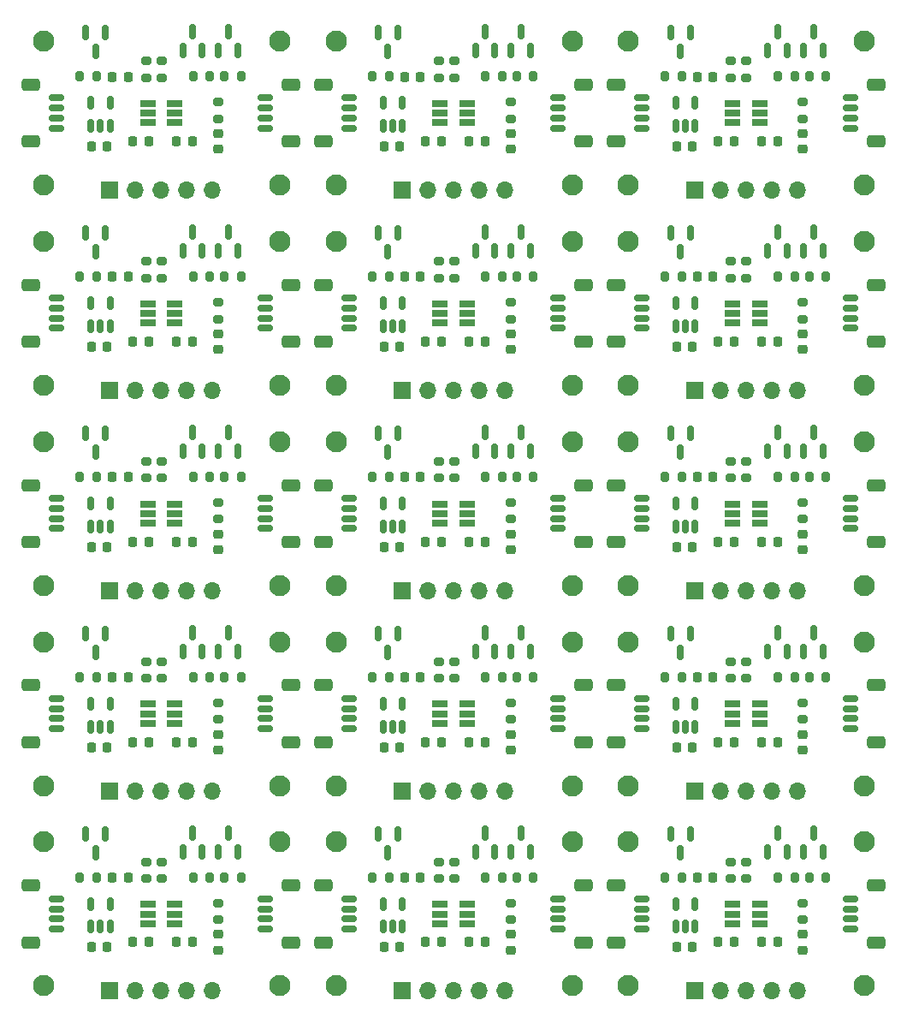
<source format=gbr>
%TF.GenerationSoftware,KiCad,Pcbnew,7.0.1*%
%TF.CreationDate,2025-06-24T16:32:56+07:00*%
%TF.ProjectId,panelize,70616e65-6c69-47a6-952e-6b696361645f,rev?*%
%TF.SameCoordinates,Original*%
%TF.FileFunction,Soldermask,Top*%
%TF.FilePolarity,Negative*%
%FSLAX46Y46*%
G04 Gerber Fmt 4.6, Leading zero omitted, Abs format (unit mm)*
G04 Created by KiCad (PCBNEW 7.0.1) date 2025-06-24 16:32:56*
%MOMM*%
%LPD*%
G01*
G04 APERTURE LIST*
G04 Aperture macros list*
%AMRoundRect*
0 Rectangle with rounded corners*
0 $1 Rounding radius*
0 $2 $3 $4 $5 $6 $7 $8 $9 X,Y pos of 4 corners*
0 Add a 4 corners polygon primitive as box body*
4,1,4,$2,$3,$4,$5,$6,$7,$8,$9,$2,$3,0*
0 Add four circle primitives for the rounded corners*
1,1,$1+$1,$2,$3*
1,1,$1+$1,$4,$5*
1,1,$1+$1,$6,$7*
1,1,$1+$1,$8,$9*
0 Add four rect primitives between the rounded corners*
20,1,$1+$1,$2,$3,$4,$5,0*
20,1,$1+$1,$4,$5,$6,$7,0*
20,1,$1+$1,$6,$7,$8,$9,0*
20,1,$1+$1,$8,$9,$2,$3,0*%
G04 Aperture macros list end*
%ADD10RoundRect,0.150000X0.625000X-0.150000X0.625000X0.150000X-0.625000X0.150000X-0.625000X-0.150000X0*%
%ADD11RoundRect,0.250000X0.650000X-0.350000X0.650000X0.350000X-0.650000X0.350000X-0.650000X-0.350000X0*%
%ADD12RoundRect,0.150000X0.150000X-0.512500X0.150000X0.512500X-0.150000X0.512500X-0.150000X-0.512500X0*%
%ADD13RoundRect,0.200000X0.200000X0.275000X-0.200000X0.275000X-0.200000X-0.275000X0.200000X-0.275000X0*%
%ADD14C,2.100000*%
%ADD15RoundRect,0.200000X-0.200000X-0.275000X0.200000X-0.275000X0.200000X0.275000X-0.200000X0.275000X0*%
%ADD16RoundRect,0.150000X0.150000X-0.587500X0.150000X0.587500X-0.150000X0.587500X-0.150000X-0.587500X0*%
%ADD17RoundRect,0.225000X-0.225000X-0.250000X0.225000X-0.250000X0.225000X0.250000X-0.225000X0.250000X0*%
%ADD18R,1.700000X1.700000*%
%ADD19O,1.700000X1.700000*%
%ADD20RoundRect,0.150000X-0.625000X0.150000X-0.625000X-0.150000X0.625000X-0.150000X0.625000X0.150000X0*%
%ADD21RoundRect,0.250000X-0.650000X0.350000X-0.650000X-0.350000X0.650000X-0.350000X0.650000X0.350000X0*%
%ADD22RoundRect,0.200000X-0.275000X0.200000X-0.275000X-0.200000X0.275000X-0.200000X0.275000X0.200000X0*%
%ADD23R,1.560000X0.650000*%
%ADD24RoundRect,0.225000X0.225000X0.250000X-0.225000X0.250000X-0.225000X-0.250000X0.225000X-0.250000X0*%
%ADD25RoundRect,0.218750X0.256250X-0.218750X0.256250X0.218750X-0.256250X0.218750X-0.256250X-0.218750X0*%
%ADD26RoundRect,0.150000X-0.150000X0.587500X-0.150000X-0.587500X0.150000X-0.587500X0.150000X0.587500X0*%
G04 APERTURE END LIST*
D10*
%TO.C,J55*%
X175756500Y-153228000D03*
X175756500Y-152228000D03*
X175756500Y-151228000D03*
X175756500Y-150228000D03*
D11*
X173231500Y-154528000D03*
X173231500Y-148928000D03*
%TD*%
D12*
%TO.C,U38*%
X179174000Y-152993500D03*
X180124000Y-152993500D03*
X181074000Y-152993500D03*
X181074000Y-150718500D03*
X179174000Y-150718500D03*
%TD*%
D13*
%TO.C,R114*%
X179749000Y-148096000D03*
X178099000Y-148096000D03*
%TD*%
D14*
%TO.C,H75*%
X197846000Y-158840000D03*
%TD*%
D15*
%TO.C,R111*%
X192379000Y-148126000D03*
X194029000Y-148126000D03*
%TD*%
D16*
%TO.C,Q55*%
X188284000Y-145576000D03*
X190184000Y-145576000D03*
X189234000Y-143701000D03*
%TD*%
D17*
%TO.C,C73*%
X179244500Y-155030000D03*
X180794500Y-155030000D03*
%TD*%
D18*
%TO.C,J57*%
X181040500Y-159348000D03*
D19*
X183580500Y-159348000D03*
X186120500Y-159348000D03*
X188660500Y-159348000D03*
X191200500Y-159348000D03*
%TD*%
D14*
%TO.C,H76*%
X197846000Y-144616000D03*
%TD*%
D16*
%TO.C,Q56*%
X191824000Y-145576000D03*
X193724000Y-145576000D03*
X192774000Y-143701000D03*
%TD*%
D20*
%TO.C,J56*%
X196474500Y-150228000D03*
X196474500Y-151228000D03*
X196474500Y-152228000D03*
X196474500Y-153228000D03*
D21*
X198999500Y-148928000D03*
X198999500Y-154528000D03*
%TD*%
D22*
%TO.C,R109*%
X191750000Y-150649000D03*
X191750000Y-152299000D03*
%TD*%
D15*
%TO.C,R110*%
X189289000Y-148126000D03*
X190939000Y-148126000D03*
%TD*%
D22*
%TO.C,R113*%
X186162000Y-146585000D03*
X186162000Y-148235000D03*
%TD*%
D23*
%TO.C,U37*%
X184804000Y-150786000D03*
X184804000Y-151736000D03*
X184804000Y-152686000D03*
X187504000Y-152686000D03*
X187504000Y-151736000D03*
X187504000Y-150786000D03*
%TD*%
D17*
%TO.C,C74*%
X181309000Y-148146000D03*
X182859000Y-148146000D03*
%TD*%
D22*
%TO.C,R112*%
X184638000Y-146585000D03*
X184638000Y-148235000D03*
%TD*%
D14*
%TO.C,H73*%
X174478000Y-144616000D03*
%TD*%
D24*
%TO.C,C76*%
X189223000Y-154522000D03*
X187673000Y-154522000D03*
%TD*%
%TO.C,C75*%
X184905000Y-154522000D03*
X183355000Y-154522000D03*
%TD*%
D25*
%TO.C,D19*%
X191750000Y-155335000D03*
X191750000Y-153760000D03*
%TD*%
D26*
%TO.C,Q57*%
X180592500Y-143808500D03*
X178692500Y-143808500D03*
X179642500Y-145683500D03*
%TD*%
D14*
%TO.C,H74*%
X174478000Y-158840000D03*
%TD*%
D10*
%TO.C,J52*%
X146808500Y-153228000D03*
X146808500Y-152228000D03*
X146808500Y-151228000D03*
X146808500Y-150228000D03*
D11*
X144283500Y-154528000D03*
X144283500Y-148928000D03*
%TD*%
D12*
%TO.C,U36*%
X150226000Y-152993500D03*
X151176000Y-152993500D03*
X152126000Y-152993500D03*
X152126000Y-150718500D03*
X150226000Y-150718500D03*
%TD*%
D13*
%TO.C,R108*%
X150801000Y-148096000D03*
X149151000Y-148096000D03*
%TD*%
D14*
%TO.C,H71*%
X168898000Y-158840000D03*
%TD*%
D16*
%TO.C,Q52*%
X159336000Y-145576000D03*
X161236000Y-145576000D03*
X160286000Y-143701000D03*
%TD*%
D17*
%TO.C,C69*%
X150296500Y-155030000D03*
X151846500Y-155030000D03*
%TD*%
D20*
%TO.C,J53*%
X167526500Y-150228000D03*
X167526500Y-151228000D03*
X167526500Y-152228000D03*
X167526500Y-153228000D03*
D21*
X170051500Y-148928000D03*
X170051500Y-154528000D03*
%TD*%
D18*
%TO.C,J54*%
X152092500Y-159348000D03*
D19*
X154632500Y-159348000D03*
X157172500Y-159348000D03*
X159712500Y-159348000D03*
X162252500Y-159348000D03*
%TD*%
D24*
%TO.C,C72*%
X160275000Y-154522000D03*
X158725000Y-154522000D03*
%TD*%
D14*
%TO.C,H69*%
X145530000Y-144616000D03*
%TD*%
%TO.C,H72*%
X168898000Y-144616000D03*
%TD*%
D16*
%TO.C,Q53*%
X162876000Y-145576000D03*
X164776000Y-145576000D03*
X163826000Y-143701000D03*
%TD*%
D22*
%TO.C,R103*%
X162802000Y-150649000D03*
X162802000Y-152299000D03*
%TD*%
D15*
%TO.C,R104*%
X160341000Y-148126000D03*
X161991000Y-148126000D03*
%TD*%
D22*
%TO.C,R107*%
X157214000Y-146585000D03*
X157214000Y-148235000D03*
%TD*%
D23*
%TO.C,U35*%
X155856000Y-150786000D03*
X155856000Y-151736000D03*
X155856000Y-152686000D03*
X158556000Y-152686000D03*
X158556000Y-151736000D03*
X158556000Y-150786000D03*
%TD*%
D17*
%TO.C,C70*%
X152361000Y-148146000D03*
X153911000Y-148146000D03*
%TD*%
D22*
%TO.C,R106*%
X155690000Y-146585000D03*
X155690000Y-148235000D03*
%TD*%
D15*
%TO.C,R105*%
X163431000Y-148126000D03*
X165081000Y-148126000D03*
%TD*%
D26*
%TO.C,Q54*%
X151644500Y-143808500D03*
X149744500Y-143808500D03*
X150694500Y-145683500D03*
%TD*%
D24*
%TO.C,C71*%
X155957000Y-154522000D03*
X154407000Y-154522000D03*
%TD*%
D25*
%TO.C,D18*%
X162802000Y-155335000D03*
X162802000Y-153760000D03*
%TD*%
D14*
%TO.C,H70*%
X145530000Y-158840000D03*
%TD*%
D10*
%TO.C,J49*%
X117860500Y-153228000D03*
X117860500Y-152228000D03*
X117860500Y-151228000D03*
X117860500Y-150228000D03*
D11*
X115335500Y-154528000D03*
X115335500Y-148928000D03*
%TD*%
D12*
%TO.C,U34*%
X121278000Y-152993500D03*
X122228000Y-152993500D03*
X123178000Y-152993500D03*
X123178000Y-150718500D03*
X121278000Y-150718500D03*
%TD*%
D13*
%TO.C,R102*%
X121853000Y-148096000D03*
X120203000Y-148096000D03*
%TD*%
D14*
%TO.C,H67*%
X139950000Y-158840000D03*
%TD*%
D16*
%TO.C,Q49*%
X130388000Y-145576000D03*
X132288000Y-145576000D03*
X131338000Y-143701000D03*
%TD*%
D17*
%TO.C,C65*%
X121348500Y-155030000D03*
X122898500Y-155030000D03*
%TD*%
D20*
%TO.C,J50*%
X138578500Y-150228000D03*
X138578500Y-151228000D03*
X138578500Y-152228000D03*
X138578500Y-153228000D03*
D21*
X141103500Y-148928000D03*
X141103500Y-154528000D03*
%TD*%
D18*
%TO.C,J51*%
X123144500Y-159348000D03*
D19*
X125684500Y-159348000D03*
X128224500Y-159348000D03*
X130764500Y-159348000D03*
X133304500Y-159348000D03*
%TD*%
D14*
%TO.C,H65*%
X116582000Y-144616000D03*
%TD*%
%TO.C,H68*%
X139950000Y-144616000D03*
%TD*%
D16*
%TO.C,Q50*%
X133928000Y-145576000D03*
X135828000Y-145576000D03*
X134878000Y-143701000D03*
%TD*%
D22*
%TO.C,R97*%
X133854000Y-150649000D03*
X133854000Y-152299000D03*
%TD*%
D15*
%TO.C,R98*%
X131393000Y-148126000D03*
X133043000Y-148126000D03*
%TD*%
D22*
%TO.C,R101*%
X128266000Y-146585000D03*
X128266000Y-148235000D03*
%TD*%
D17*
%TO.C,C66*%
X123413000Y-148146000D03*
X124963000Y-148146000D03*
%TD*%
D24*
%TO.C,C68*%
X131327000Y-154522000D03*
X129777000Y-154522000D03*
%TD*%
D22*
%TO.C,R100*%
X126742000Y-146585000D03*
X126742000Y-148235000D03*
%TD*%
D15*
%TO.C,R99*%
X134483000Y-148126000D03*
X136133000Y-148126000D03*
%TD*%
D23*
%TO.C,U33*%
X126908000Y-150786000D03*
X126908000Y-151736000D03*
X126908000Y-152686000D03*
X129608000Y-152686000D03*
X129608000Y-151736000D03*
X129608000Y-150786000D03*
%TD*%
D26*
%TO.C,Q51*%
X122696500Y-143808500D03*
X120796500Y-143808500D03*
X121746500Y-145683500D03*
%TD*%
D24*
%TO.C,C67*%
X127009000Y-154522000D03*
X125459000Y-154522000D03*
%TD*%
D25*
%TO.C,D17*%
X133854000Y-155335000D03*
X133854000Y-153760000D03*
%TD*%
D14*
%TO.C,H66*%
X116582000Y-158840000D03*
%TD*%
D10*
%TO.C,J43*%
X175756500Y-133424000D03*
X175756500Y-132424000D03*
X175756500Y-131424000D03*
X175756500Y-130424000D03*
D11*
X173231500Y-134724000D03*
X173231500Y-129124000D03*
%TD*%
D12*
%TO.C,U30*%
X179174000Y-133189500D03*
X180124000Y-133189500D03*
X181074000Y-133189500D03*
X181074000Y-130914500D03*
X179174000Y-130914500D03*
%TD*%
D13*
%TO.C,R90*%
X179749000Y-128292000D03*
X178099000Y-128292000D03*
%TD*%
D14*
%TO.C,H59*%
X197846000Y-139036000D03*
%TD*%
D15*
%TO.C,R87*%
X192379000Y-128322000D03*
X194029000Y-128322000D03*
%TD*%
D16*
%TO.C,Q43*%
X188284000Y-125772000D03*
X190184000Y-125772000D03*
X189234000Y-123897000D03*
%TD*%
D17*
%TO.C,C57*%
X179244500Y-135226000D03*
X180794500Y-135226000D03*
%TD*%
D20*
%TO.C,J44*%
X196474500Y-130424000D03*
X196474500Y-131424000D03*
X196474500Y-132424000D03*
X196474500Y-133424000D03*
D21*
X198999500Y-129124000D03*
X198999500Y-134724000D03*
%TD*%
D18*
%TO.C,J45*%
X181040500Y-139544000D03*
D19*
X183580500Y-139544000D03*
X186120500Y-139544000D03*
X188660500Y-139544000D03*
X191200500Y-139544000D03*
%TD*%
D24*
%TO.C,C60*%
X189223000Y-134718000D03*
X187673000Y-134718000D03*
%TD*%
D14*
%TO.C,H57*%
X174478000Y-124812000D03*
%TD*%
%TO.C,H60*%
X197846000Y-124812000D03*
%TD*%
D16*
%TO.C,Q44*%
X191824000Y-125772000D03*
X193724000Y-125772000D03*
X192774000Y-123897000D03*
%TD*%
D15*
%TO.C,R86*%
X189289000Y-128322000D03*
X190939000Y-128322000D03*
%TD*%
D22*
%TO.C,R89*%
X186162000Y-126781000D03*
X186162000Y-128431000D03*
%TD*%
D23*
%TO.C,U29*%
X184804000Y-130982000D03*
X184804000Y-131932000D03*
X184804000Y-132882000D03*
X187504000Y-132882000D03*
X187504000Y-131932000D03*
X187504000Y-130982000D03*
%TD*%
D17*
%TO.C,C58*%
X181309000Y-128342000D03*
X182859000Y-128342000D03*
%TD*%
D22*
%TO.C,R88*%
X184638000Y-126781000D03*
X184638000Y-128431000D03*
%TD*%
%TO.C,R85*%
X191750000Y-130845000D03*
X191750000Y-132495000D03*
%TD*%
D26*
%TO.C,Q45*%
X180592500Y-124004500D03*
X178692500Y-124004500D03*
X179642500Y-125879500D03*
%TD*%
D24*
%TO.C,C59*%
X184905000Y-134718000D03*
X183355000Y-134718000D03*
%TD*%
D25*
%TO.C,D15*%
X191750000Y-135531000D03*
X191750000Y-133956000D03*
%TD*%
D14*
%TO.C,H58*%
X174478000Y-139036000D03*
%TD*%
D12*
%TO.C,U28*%
X150226000Y-133189500D03*
X151176000Y-133189500D03*
X152126000Y-133189500D03*
X152126000Y-130914500D03*
X150226000Y-130914500D03*
%TD*%
D13*
%TO.C,R84*%
X150801000Y-128292000D03*
X149151000Y-128292000D03*
%TD*%
D14*
%TO.C,H55*%
X168898000Y-139036000D03*
%TD*%
D15*
%TO.C,R81*%
X163431000Y-128322000D03*
X165081000Y-128322000D03*
%TD*%
D17*
%TO.C,C53*%
X150296500Y-135226000D03*
X151846500Y-135226000D03*
%TD*%
D18*
%TO.C,J42*%
X152092500Y-139544000D03*
D19*
X154632500Y-139544000D03*
X157172500Y-139544000D03*
X159712500Y-139544000D03*
X162252500Y-139544000D03*
%TD*%
D14*
%TO.C,H53*%
X145530000Y-124812000D03*
%TD*%
%TO.C,H56*%
X168898000Y-124812000D03*
%TD*%
D16*
%TO.C,Q41*%
X162876000Y-125772000D03*
X164776000Y-125772000D03*
X163826000Y-123897000D03*
%TD*%
D22*
%TO.C,R79*%
X162802000Y-130845000D03*
X162802000Y-132495000D03*
%TD*%
D15*
%TO.C,R80*%
X160341000Y-128322000D03*
X161991000Y-128322000D03*
%TD*%
D22*
%TO.C,R83*%
X157214000Y-126781000D03*
X157214000Y-128431000D03*
%TD*%
D17*
%TO.C,C54*%
X152361000Y-128342000D03*
X153911000Y-128342000D03*
%TD*%
D16*
%TO.C,Q40*%
X159336000Y-125772000D03*
X161236000Y-125772000D03*
X160286000Y-123897000D03*
%TD*%
D22*
%TO.C,R82*%
X155690000Y-126781000D03*
X155690000Y-128431000D03*
%TD*%
D24*
%TO.C,C56*%
X160275000Y-134718000D03*
X158725000Y-134718000D03*
%TD*%
D23*
%TO.C,U27*%
X155856000Y-130982000D03*
X155856000Y-131932000D03*
X155856000Y-132882000D03*
X158556000Y-132882000D03*
X158556000Y-131932000D03*
X158556000Y-130982000D03*
%TD*%
D10*
%TO.C,J40*%
X146808500Y-133424000D03*
X146808500Y-132424000D03*
X146808500Y-131424000D03*
X146808500Y-130424000D03*
D11*
X144283500Y-134724000D03*
X144283500Y-129124000D03*
%TD*%
D20*
%TO.C,J41*%
X167526500Y-130424000D03*
X167526500Y-131424000D03*
X167526500Y-132424000D03*
X167526500Y-133424000D03*
D21*
X170051500Y-129124000D03*
X170051500Y-134724000D03*
%TD*%
D26*
%TO.C,Q42*%
X151644500Y-124004500D03*
X149744500Y-124004500D03*
X150694500Y-125879500D03*
%TD*%
D24*
%TO.C,C55*%
X155957000Y-134718000D03*
X154407000Y-134718000D03*
%TD*%
D25*
%TO.C,D14*%
X162802000Y-135531000D03*
X162802000Y-133956000D03*
%TD*%
D14*
%TO.C,H54*%
X145530000Y-139036000D03*
%TD*%
D10*
%TO.C,J37*%
X117860500Y-133424000D03*
X117860500Y-132424000D03*
X117860500Y-131424000D03*
X117860500Y-130424000D03*
D11*
X115335500Y-134724000D03*
X115335500Y-129124000D03*
%TD*%
D13*
%TO.C,R78*%
X121853000Y-128292000D03*
X120203000Y-128292000D03*
%TD*%
D14*
%TO.C,H51*%
X139950000Y-139036000D03*
%TD*%
D15*
%TO.C,R75*%
X134483000Y-128322000D03*
X136133000Y-128322000D03*
%TD*%
D16*
%TO.C,Q37*%
X130388000Y-125772000D03*
X132288000Y-125772000D03*
X131338000Y-123897000D03*
%TD*%
D17*
%TO.C,C49*%
X121348500Y-135226000D03*
X122898500Y-135226000D03*
%TD*%
D20*
%TO.C,J38*%
X138578500Y-130424000D03*
X138578500Y-131424000D03*
X138578500Y-132424000D03*
X138578500Y-133424000D03*
D21*
X141103500Y-129124000D03*
X141103500Y-134724000D03*
%TD*%
D18*
%TO.C,J39*%
X123144500Y-139544000D03*
D19*
X125684500Y-139544000D03*
X128224500Y-139544000D03*
X130764500Y-139544000D03*
X133304500Y-139544000D03*
%TD*%
D14*
%TO.C,H49*%
X116582000Y-124812000D03*
%TD*%
%TO.C,H52*%
X139950000Y-124812000D03*
%TD*%
D22*
%TO.C,R73*%
X133854000Y-130845000D03*
X133854000Y-132495000D03*
%TD*%
D15*
%TO.C,R74*%
X131393000Y-128322000D03*
X133043000Y-128322000D03*
%TD*%
D23*
%TO.C,U25*%
X126908000Y-130982000D03*
X126908000Y-131932000D03*
X126908000Y-132882000D03*
X129608000Y-132882000D03*
X129608000Y-131932000D03*
X129608000Y-130982000D03*
%TD*%
D17*
%TO.C,C50*%
X123413000Y-128342000D03*
X124963000Y-128342000D03*
%TD*%
D12*
%TO.C,U26*%
X121278000Y-133189500D03*
X122228000Y-133189500D03*
X123178000Y-133189500D03*
X123178000Y-130914500D03*
X121278000Y-130914500D03*
%TD*%
D16*
%TO.C,Q38*%
X133928000Y-125772000D03*
X135828000Y-125772000D03*
X134878000Y-123897000D03*
%TD*%
D22*
%TO.C,R76*%
X126742000Y-126781000D03*
X126742000Y-128431000D03*
%TD*%
%TO.C,R77*%
X128266000Y-126781000D03*
X128266000Y-128431000D03*
%TD*%
D24*
%TO.C,C52*%
X131327000Y-134718000D03*
X129777000Y-134718000D03*
%TD*%
D26*
%TO.C,Q39*%
X122696500Y-124004500D03*
X120796500Y-124004500D03*
X121746500Y-125879500D03*
%TD*%
D24*
%TO.C,C51*%
X127009000Y-134718000D03*
X125459000Y-134718000D03*
%TD*%
D25*
%TO.C,D13*%
X133854000Y-135531000D03*
X133854000Y-133956000D03*
%TD*%
D14*
%TO.C,H50*%
X116582000Y-139036000D03*
%TD*%
D10*
%TO.C,J31*%
X175756500Y-113620000D03*
X175756500Y-112620000D03*
X175756500Y-111620000D03*
X175756500Y-110620000D03*
D11*
X173231500Y-114920000D03*
X173231500Y-109320000D03*
%TD*%
D12*
%TO.C,U22*%
X179174000Y-113385500D03*
X180124000Y-113385500D03*
X181074000Y-113385500D03*
X181074000Y-111110500D03*
X179174000Y-111110500D03*
%TD*%
D13*
%TO.C,R66*%
X179749000Y-108488000D03*
X178099000Y-108488000D03*
%TD*%
D14*
%TO.C,H43*%
X197846000Y-119232000D03*
%TD*%
D15*
%TO.C,R63*%
X192379000Y-108518000D03*
X194029000Y-108518000D03*
%TD*%
D16*
%TO.C,Q31*%
X188284000Y-105968000D03*
X190184000Y-105968000D03*
X189234000Y-104093000D03*
%TD*%
D17*
%TO.C,C41*%
X179244500Y-115422000D03*
X180794500Y-115422000D03*
%TD*%
D18*
%TO.C,J33*%
X181040500Y-119740000D03*
D19*
X183580500Y-119740000D03*
X186120500Y-119740000D03*
X188660500Y-119740000D03*
X191200500Y-119740000D03*
%TD*%
D14*
%TO.C,H41*%
X174478000Y-105008000D03*
%TD*%
%TO.C,H44*%
X197846000Y-105008000D03*
%TD*%
D16*
%TO.C,Q32*%
X191824000Y-105968000D03*
X193724000Y-105968000D03*
X192774000Y-104093000D03*
%TD*%
D22*
%TO.C,R61*%
X191750000Y-111041000D03*
X191750000Y-112691000D03*
%TD*%
D15*
%TO.C,R62*%
X189289000Y-108518000D03*
X190939000Y-108518000D03*
%TD*%
D22*
%TO.C,R65*%
X186162000Y-106977000D03*
X186162000Y-108627000D03*
%TD*%
D23*
%TO.C,U21*%
X184804000Y-111178000D03*
X184804000Y-112128000D03*
X184804000Y-113078000D03*
X187504000Y-113078000D03*
X187504000Y-112128000D03*
X187504000Y-111178000D03*
%TD*%
D17*
%TO.C,C42*%
X181309000Y-108538000D03*
X182859000Y-108538000D03*
%TD*%
D22*
%TO.C,R64*%
X184638000Y-106977000D03*
X184638000Y-108627000D03*
%TD*%
D20*
%TO.C,J32*%
X196474500Y-110620000D03*
X196474500Y-111620000D03*
X196474500Y-112620000D03*
X196474500Y-113620000D03*
D21*
X198999500Y-109320000D03*
X198999500Y-114920000D03*
%TD*%
D24*
%TO.C,C44*%
X189223000Y-114914000D03*
X187673000Y-114914000D03*
%TD*%
D26*
%TO.C,Q33*%
X180592500Y-104200500D03*
X178692500Y-104200500D03*
X179642500Y-106075500D03*
%TD*%
D24*
%TO.C,C43*%
X184905000Y-114914000D03*
X183355000Y-114914000D03*
%TD*%
D25*
%TO.C,D11*%
X191750000Y-115727000D03*
X191750000Y-114152000D03*
%TD*%
D14*
%TO.C,H42*%
X174478000Y-119232000D03*
%TD*%
D10*
%TO.C,J28*%
X146808500Y-113620000D03*
X146808500Y-112620000D03*
X146808500Y-111620000D03*
X146808500Y-110620000D03*
D11*
X144283500Y-114920000D03*
X144283500Y-109320000D03*
%TD*%
D12*
%TO.C,U20*%
X150226000Y-113385500D03*
X151176000Y-113385500D03*
X152126000Y-113385500D03*
X152126000Y-111110500D03*
X150226000Y-111110500D03*
%TD*%
D14*
%TO.C,H39*%
X168898000Y-119232000D03*
%TD*%
D15*
%TO.C,R57*%
X163431000Y-108518000D03*
X165081000Y-108518000D03*
%TD*%
D17*
%TO.C,C37*%
X150296500Y-115422000D03*
X151846500Y-115422000D03*
%TD*%
D20*
%TO.C,J29*%
X167526500Y-110620000D03*
X167526500Y-111620000D03*
X167526500Y-112620000D03*
X167526500Y-113620000D03*
D21*
X170051500Y-109320000D03*
X170051500Y-114920000D03*
%TD*%
D24*
%TO.C,C40*%
X160275000Y-114914000D03*
X158725000Y-114914000D03*
%TD*%
D14*
%TO.C,H37*%
X145530000Y-105008000D03*
%TD*%
%TO.C,H40*%
X168898000Y-105008000D03*
%TD*%
D16*
%TO.C,Q29*%
X162876000Y-105968000D03*
X164776000Y-105968000D03*
X163826000Y-104093000D03*
%TD*%
D22*
%TO.C,R55*%
X162802000Y-111041000D03*
X162802000Y-112691000D03*
%TD*%
D15*
%TO.C,R56*%
X160341000Y-108518000D03*
X161991000Y-108518000D03*
%TD*%
D22*
%TO.C,R59*%
X157214000Y-106977000D03*
X157214000Y-108627000D03*
%TD*%
D23*
%TO.C,U19*%
X155856000Y-111178000D03*
X155856000Y-112128000D03*
X155856000Y-113078000D03*
X158556000Y-113078000D03*
X158556000Y-112128000D03*
X158556000Y-111178000D03*
%TD*%
D17*
%TO.C,C38*%
X152361000Y-108538000D03*
X153911000Y-108538000D03*
%TD*%
D22*
%TO.C,R58*%
X155690000Y-106977000D03*
X155690000Y-108627000D03*
%TD*%
D16*
%TO.C,Q28*%
X159336000Y-105968000D03*
X161236000Y-105968000D03*
X160286000Y-104093000D03*
%TD*%
D18*
%TO.C,J30*%
X152092500Y-119740000D03*
D19*
X154632500Y-119740000D03*
X157172500Y-119740000D03*
X159712500Y-119740000D03*
X162252500Y-119740000D03*
%TD*%
D13*
%TO.C,R60*%
X150801000Y-108488000D03*
X149151000Y-108488000D03*
%TD*%
D26*
%TO.C,Q30*%
X151644500Y-104200500D03*
X149744500Y-104200500D03*
X150694500Y-106075500D03*
%TD*%
D24*
%TO.C,C39*%
X155957000Y-114914000D03*
X154407000Y-114914000D03*
%TD*%
D25*
%TO.C,D10*%
X162802000Y-115727000D03*
X162802000Y-114152000D03*
%TD*%
D14*
%TO.C,H38*%
X145530000Y-119232000D03*
%TD*%
D10*
%TO.C,J25*%
X117860500Y-113620000D03*
X117860500Y-112620000D03*
X117860500Y-111620000D03*
X117860500Y-110620000D03*
D11*
X115335500Y-114920000D03*
X115335500Y-109320000D03*
%TD*%
D12*
%TO.C,U18*%
X121278000Y-113385500D03*
X122228000Y-113385500D03*
X123178000Y-113385500D03*
X123178000Y-111110500D03*
X121278000Y-111110500D03*
%TD*%
D14*
%TO.C,H35*%
X139950000Y-119232000D03*
%TD*%
D15*
%TO.C,R51*%
X134483000Y-108518000D03*
X136133000Y-108518000D03*
%TD*%
D16*
%TO.C,Q25*%
X130388000Y-105968000D03*
X132288000Y-105968000D03*
X131338000Y-104093000D03*
%TD*%
D18*
%TO.C,J27*%
X123144500Y-119740000D03*
D19*
X125684500Y-119740000D03*
X128224500Y-119740000D03*
X130764500Y-119740000D03*
X133304500Y-119740000D03*
%TD*%
D24*
%TO.C,C36*%
X131327000Y-114914000D03*
X129777000Y-114914000D03*
%TD*%
D14*
%TO.C,H33*%
X116582000Y-105008000D03*
%TD*%
%TO.C,H36*%
X139950000Y-105008000D03*
%TD*%
D16*
%TO.C,Q26*%
X133928000Y-105968000D03*
X135828000Y-105968000D03*
X134878000Y-104093000D03*
%TD*%
D22*
%TO.C,R49*%
X133854000Y-111041000D03*
X133854000Y-112691000D03*
%TD*%
D15*
%TO.C,R50*%
X131393000Y-108518000D03*
X133043000Y-108518000D03*
%TD*%
D22*
%TO.C,R53*%
X128266000Y-106977000D03*
X128266000Y-108627000D03*
%TD*%
D23*
%TO.C,U17*%
X126908000Y-111178000D03*
X126908000Y-112128000D03*
X126908000Y-113078000D03*
X129608000Y-113078000D03*
X129608000Y-112128000D03*
X129608000Y-111178000D03*
%TD*%
D17*
%TO.C,C33*%
X121348500Y-115422000D03*
X122898500Y-115422000D03*
%TD*%
%TO.C,C34*%
X123413000Y-108538000D03*
X124963000Y-108538000D03*
%TD*%
D22*
%TO.C,R52*%
X126742000Y-106977000D03*
X126742000Y-108627000D03*
%TD*%
D20*
%TO.C,J26*%
X138578500Y-110620000D03*
X138578500Y-111620000D03*
X138578500Y-112620000D03*
X138578500Y-113620000D03*
D21*
X141103500Y-109320000D03*
X141103500Y-114920000D03*
%TD*%
D13*
%TO.C,R54*%
X121853000Y-108488000D03*
X120203000Y-108488000D03*
%TD*%
D26*
%TO.C,Q27*%
X122696500Y-104200500D03*
X120796500Y-104200500D03*
X121746500Y-106075500D03*
%TD*%
D24*
%TO.C,C35*%
X127009000Y-114914000D03*
X125459000Y-114914000D03*
%TD*%
D25*
%TO.C,D9*%
X133854000Y-115727000D03*
X133854000Y-114152000D03*
%TD*%
D14*
%TO.C,H34*%
X116582000Y-119232000D03*
%TD*%
D10*
%TO.C,J19*%
X175756500Y-93816000D03*
X175756500Y-92816000D03*
X175756500Y-91816000D03*
X175756500Y-90816000D03*
D11*
X173231500Y-95116000D03*
X173231500Y-89516000D03*
%TD*%
D12*
%TO.C,U14*%
X179174000Y-93581500D03*
X180124000Y-93581500D03*
X181074000Y-93581500D03*
X181074000Y-91306500D03*
X179174000Y-91306500D03*
%TD*%
D13*
%TO.C,R42*%
X179749000Y-88684000D03*
X178099000Y-88684000D03*
%TD*%
D14*
%TO.C,H27*%
X197846000Y-99428000D03*
%TD*%
D15*
%TO.C,R39*%
X192379000Y-88714000D03*
X194029000Y-88714000D03*
%TD*%
D16*
%TO.C,Q19*%
X188284000Y-86164000D03*
X190184000Y-86164000D03*
X189234000Y-84289000D03*
%TD*%
D17*
%TO.C,C25*%
X179244500Y-95618000D03*
X180794500Y-95618000D03*
%TD*%
D18*
%TO.C,J21*%
X181040500Y-99936000D03*
D19*
X183580500Y-99936000D03*
X186120500Y-99936000D03*
X188660500Y-99936000D03*
X191200500Y-99936000D03*
%TD*%
D24*
%TO.C,C28*%
X189223000Y-95110000D03*
X187673000Y-95110000D03*
%TD*%
D14*
%TO.C,H28*%
X197846000Y-85204000D03*
%TD*%
D22*
%TO.C,R37*%
X191750000Y-91237000D03*
X191750000Y-92887000D03*
%TD*%
D15*
%TO.C,R38*%
X189289000Y-88714000D03*
X190939000Y-88714000D03*
%TD*%
D22*
%TO.C,R41*%
X186162000Y-87173000D03*
X186162000Y-88823000D03*
%TD*%
D23*
%TO.C,U13*%
X184804000Y-91374000D03*
X184804000Y-92324000D03*
X184804000Y-93274000D03*
X187504000Y-93274000D03*
X187504000Y-92324000D03*
X187504000Y-91374000D03*
%TD*%
D17*
%TO.C,C26*%
X181309000Y-88734000D03*
X182859000Y-88734000D03*
%TD*%
D22*
%TO.C,R40*%
X184638000Y-87173000D03*
X184638000Y-88823000D03*
%TD*%
D20*
%TO.C,J20*%
X196474500Y-90816000D03*
X196474500Y-91816000D03*
X196474500Y-92816000D03*
X196474500Y-93816000D03*
D21*
X198999500Y-89516000D03*
X198999500Y-95116000D03*
%TD*%
D14*
%TO.C,H25*%
X174478000Y-85204000D03*
%TD*%
D16*
%TO.C,Q20*%
X191824000Y-86164000D03*
X193724000Y-86164000D03*
X192774000Y-84289000D03*
%TD*%
D26*
%TO.C,Q21*%
X180592500Y-84396500D03*
X178692500Y-84396500D03*
X179642500Y-86271500D03*
%TD*%
D24*
%TO.C,C27*%
X184905000Y-95110000D03*
X183355000Y-95110000D03*
%TD*%
D25*
%TO.C,D7*%
X191750000Y-95923000D03*
X191750000Y-94348000D03*
%TD*%
D14*
%TO.C,H26*%
X174478000Y-99428000D03*
%TD*%
D10*
%TO.C,J16*%
X146808500Y-93816000D03*
X146808500Y-92816000D03*
X146808500Y-91816000D03*
X146808500Y-90816000D03*
D11*
X144283500Y-95116000D03*
X144283500Y-89516000D03*
%TD*%
D13*
%TO.C,R36*%
X150801000Y-88684000D03*
X149151000Y-88684000D03*
%TD*%
D14*
%TO.C,H23*%
X168898000Y-99428000D03*
%TD*%
D15*
%TO.C,R33*%
X163431000Y-88714000D03*
X165081000Y-88714000D03*
%TD*%
D16*
%TO.C,Q16*%
X159336000Y-86164000D03*
X161236000Y-86164000D03*
X160286000Y-84289000D03*
%TD*%
D17*
%TO.C,C21*%
X150296500Y-95618000D03*
X151846500Y-95618000D03*
%TD*%
D20*
%TO.C,J17*%
X167526500Y-90816000D03*
X167526500Y-91816000D03*
X167526500Y-92816000D03*
X167526500Y-93816000D03*
D21*
X170051500Y-89516000D03*
X170051500Y-95116000D03*
%TD*%
D18*
%TO.C,J18*%
X152092500Y-99936000D03*
D19*
X154632500Y-99936000D03*
X157172500Y-99936000D03*
X159712500Y-99936000D03*
X162252500Y-99936000D03*
%TD*%
D24*
%TO.C,C24*%
X160275000Y-95110000D03*
X158725000Y-95110000D03*
%TD*%
D14*
%TO.C,H21*%
X145530000Y-85204000D03*
%TD*%
D22*
%TO.C,R31*%
X162802000Y-91237000D03*
X162802000Y-92887000D03*
%TD*%
D15*
%TO.C,R32*%
X160341000Y-88714000D03*
X161991000Y-88714000D03*
%TD*%
D22*
%TO.C,R35*%
X157214000Y-87173000D03*
X157214000Y-88823000D03*
%TD*%
D23*
%TO.C,U11*%
X155856000Y-91374000D03*
X155856000Y-92324000D03*
X155856000Y-93274000D03*
X158556000Y-93274000D03*
X158556000Y-92324000D03*
X158556000Y-91374000D03*
%TD*%
D17*
%TO.C,C22*%
X152361000Y-88734000D03*
X153911000Y-88734000D03*
%TD*%
D22*
%TO.C,R34*%
X155690000Y-87173000D03*
X155690000Y-88823000D03*
%TD*%
D14*
%TO.C,H24*%
X168898000Y-85204000D03*
%TD*%
D12*
%TO.C,U12*%
X150226000Y-93581500D03*
X151176000Y-93581500D03*
X152126000Y-93581500D03*
X152126000Y-91306500D03*
X150226000Y-91306500D03*
%TD*%
D26*
%TO.C,Q18*%
X151644500Y-84396500D03*
X149744500Y-84396500D03*
X150694500Y-86271500D03*
%TD*%
D24*
%TO.C,C23*%
X155957000Y-95110000D03*
X154407000Y-95110000D03*
%TD*%
D25*
%TO.C,D6*%
X162802000Y-95923000D03*
X162802000Y-94348000D03*
%TD*%
D16*
%TO.C,Q17*%
X162876000Y-86164000D03*
X164776000Y-86164000D03*
X163826000Y-84289000D03*
%TD*%
D14*
%TO.C,H22*%
X145530000Y-99428000D03*
%TD*%
D10*
%TO.C,J13*%
X117860500Y-93816000D03*
X117860500Y-92816000D03*
X117860500Y-91816000D03*
X117860500Y-90816000D03*
D11*
X115335500Y-95116000D03*
X115335500Y-89516000D03*
%TD*%
D12*
%TO.C,U10*%
X121278000Y-93581500D03*
X122228000Y-93581500D03*
X123178000Y-93581500D03*
X123178000Y-91306500D03*
X121278000Y-91306500D03*
%TD*%
D14*
%TO.C,H19*%
X139950000Y-99428000D03*
%TD*%
D15*
%TO.C,R27*%
X134483000Y-88714000D03*
X136133000Y-88714000D03*
%TD*%
D17*
%TO.C,C17*%
X121348500Y-95618000D03*
X122898500Y-95618000D03*
%TD*%
D18*
%TO.C,J15*%
X123144500Y-99936000D03*
D19*
X125684500Y-99936000D03*
X128224500Y-99936000D03*
X130764500Y-99936000D03*
X133304500Y-99936000D03*
%TD*%
D24*
%TO.C,C20*%
X131327000Y-95110000D03*
X129777000Y-95110000D03*
%TD*%
D14*
%TO.C,H17*%
X116582000Y-85204000D03*
%TD*%
%TO.C,H20*%
X139950000Y-85204000D03*
%TD*%
D22*
%TO.C,R25*%
X133854000Y-91237000D03*
X133854000Y-92887000D03*
%TD*%
%TO.C,R29*%
X128266000Y-87173000D03*
X128266000Y-88823000D03*
%TD*%
D23*
%TO.C,U9*%
X126908000Y-91374000D03*
X126908000Y-92324000D03*
X126908000Y-93274000D03*
X129608000Y-93274000D03*
X129608000Y-92324000D03*
X129608000Y-91374000D03*
%TD*%
D17*
%TO.C,C18*%
X123413000Y-88734000D03*
X124963000Y-88734000D03*
%TD*%
D22*
%TO.C,R28*%
X126742000Y-87173000D03*
X126742000Y-88823000D03*
%TD*%
D20*
%TO.C,J14*%
X138578500Y-90816000D03*
X138578500Y-91816000D03*
X138578500Y-92816000D03*
X138578500Y-93816000D03*
D21*
X141103500Y-89516000D03*
X141103500Y-95116000D03*
%TD*%
D15*
%TO.C,R26*%
X131393000Y-88714000D03*
X133043000Y-88714000D03*
%TD*%
D16*
%TO.C,Q14*%
X133928000Y-86164000D03*
X135828000Y-86164000D03*
X134878000Y-84289000D03*
%TD*%
%TO.C,Q13*%
X130388000Y-86164000D03*
X132288000Y-86164000D03*
X131338000Y-84289000D03*
%TD*%
D26*
%TO.C,Q15*%
X122696500Y-84396500D03*
X120796500Y-84396500D03*
X121746500Y-86271500D03*
%TD*%
D24*
%TO.C,C19*%
X127009000Y-95110000D03*
X125459000Y-95110000D03*
%TD*%
D25*
%TO.C,D5*%
X133854000Y-95923000D03*
X133854000Y-94348000D03*
%TD*%
D13*
%TO.C,R30*%
X121853000Y-88684000D03*
X120203000Y-88684000D03*
%TD*%
D14*
%TO.C,H18*%
X116582000Y-99428000D03*
%TD*%
D10*
%TO.C,J7*%
X175756500Y-74012000D03*
X175756500Y-73012000D03*
X175756500Y-72012000D03*
X175756500Y-71012000D03*
D11*
X173231500Y-75312000D03*
X173231500Y-69712000D03*
%TD*%
D12*
%TO.C,U6*%
X179174000Y-73777500D03*
X180124000Y-73777500D03*
X181074000Y-73777500D03*
X181074000Y-71502500D03*
X179174000Y-71502500D03*
%TD*%
D13*
%TO.C,R18*%
X179749000Y-68880000D03*
X178099000Y-68880000D03*
%TD*%
D14*
%TO.C,H11*%
X197846000Y-79624000D03*
%TD*%
D15*
%TO.C,R15*%
X192379000Y-68910000D03*
X194029000Y-68910000D03*
%TD*%
D16*
%TO.C,Q7*%
X188284000Y-66360000D03*
X190184000Y-66360000D03*
X189234000Y-64485000D03*
%TD*%
D17*
%TO.C,C9*%
X179244500Y-75814000D03*
X180794500Y-75814000D03*
%TD*%
D20*
%TO.C,J8*%
X196474500Y-71012000D03*
X196474500Y-72012000D03*
X196474500Y-73012000D03*
X196474500Y-74012000D03*
D21*
X198999500Y-69712000D03*
X198999500Y-75312000D03*
%TD*%
D18*
%TO.C,J9*%
X181040500Y-80132000D03*
D19*
X183580500Y-80132000D03*
X186120500Y-80132000D03*
X188660500Y-80132000D03*
X191200500Y-80132000D03*
%TD*%
D14*
%TO.C,H9*%
X174478000Y-65400000D03*
%TD*%
%TO.C,H12*%
X197846000Y-65400000D03*
%TD*%
D16*
%TO.C,Q8*%
X191824000Y-66360000D03*
X193724000Y-66360000D03*
X192774000Y-64485000D03*
%TD*%
D22*
%TO.C,R13*%
X191750000Y-71433000D03*
X191750000Y-73083000D03*
%TD*%
D15*
%TO.C,R14*%
X189289000Y-68910000D03*
X190939000Y-68910000D03*
%TD*%
D22*
%TO.C,R17*%
X186162000Y-67369000D03*
X186162000Y-69019000D03*
%TD*%
D23*
%TO.C,U5*%
X184804000Y-71570000D03*
X184804000Y-72520000D03*
X184804000Y-73470000D03*
X187504000Y-73470000D03*
X187504000Y-72520000D03*
X187504000Y-71570000D03*
%TD*%
D22*
%TO.C,R16*%
X184638000Y-67369000D03*
X184638000Y-69019000D03*
%TD*%
D17*
%TO.C,C10*%
X181309000Y-68930000D03*
X182859000Y-68930000D03*
%TD*%
D24*
%TO.C,C12*%
X189223000Y-75306000D03*
X187673000Y-75306000D03*
%TD*%
D26*
%TO.C,Q9*%
X180592500Y-64592500D03*
X178692500Y-64592500D03*
X179642500Y-66467500D03*
%TD*%
D24*
%TO.C,C11*%
X184905000Y-75306000D03*
X183355000Y-75306000D03*
%TD*%
D25*
%TO.C,D3*%
X191750000Y-76119000D03*
X191750000Y-74544000D03*
%TD*%
D14*
%TO.C,H10*%
X174478000Y-79624000D03*
%TD*%
D10*
%TO.C,J4*%
X146808500Y-74012000D03*
X146808500Y-73012000D03*
X146808500Y-72012000D03*
X146808500Y-71012000D03*
D11*
X144283500Y-75312000D03*
X144283500Y-69712000D03*
%TD*%
D12*
%TO.C,U4*%
X150226000Y-73777500D03*
X151176000Y-73777500D03*
X152126000Y-73777500D03*
X152126000Y-71502500D03*
X150226000Y-71502500D03*
%TD*%
D13*
%TO.C,R12*%
X150801000Y-68880000D03*
X149151000Y-68880000D03*
%TD*%
D14*
%TO.C,H7*%
X168898000Y-79624000D03*
%TD*%
D15*
%TO.C,R9*%
X163431000Y-68910000D03*
X165081000Y-68910000D03*
%TD*%
D17*
%TO.C,C5*%
X150296500Y-75814000D03*
X151846500Y-75814000D03*
%TD*%
D20*
%TO.C,J5*%
X167526500Y-71012000D03*
X167526500Y-72012000D03*
X167526500Y-73012000D03*
X167526500Y-74012000D03*
D21*
X170051500Y-69712000D03*
X170051500Y-75312000D03*
%TD*%
D24*
%TO.C,C8*%
X160275000Y-75306000D03*
X158725000Y-75306000D03*
%TD*%
D14*
%TO.C,H5*%
X145530000Y-65400000D03*
%TD*%
%TO.C,H8*%
X168898000Y-65400000D03*
%TD*%
D16*
%TO.C,Q5*%
X162876000Y-66360000D03*
X164776000Y-66360000D03*
X163826000Y-64485000D03*
%TD*%
D15*
%TO.C,R8*%
X160341000Y-68910000D03*
X161991000Y-68910000D03*
%TD*%
D22*
%TO.C,R11*%
X157214000Y-67369000D03*
X157214000Y-69019000D03*
%TD*%
D23*
%TO.C,U3*%
X155856000Y-71570000D03*
X155856000Y-72520000D03*
X155856000Y-73470000D03*
X158556000Y-73470000D03*
X158556000Y-72520000D03*
X158556000Y-71570000D03*
%TD*%
D17*
%TO.C,C6*%
X152361000Y-68930000D03*
X153911000Y-68930000D03*
%TD*%
D22*
%TO.C,R10*%
X155690000Y-67369000D03*
X155690000Y-69019000D03*
%TD*%
D18*
%TO.C,J6*%
X152092500Y-80132000D03*
D19*
X154632500Y-80132000D03*
X157172500Y-80132000D03*
X159712500Y-80132000D03*
X162252500Y-80132000D03*
%TD*%
D16*
%TO.C,Q4*%
X159336000Y-66360000D03*
X161236000Y-66360000D03*
X160286000Y-64485000D03*
%TD*%
D22*
%TO.C,R7*%
X162802000Y-71433000D03*
X162802000Y-73083000D03*
%TD*%
D26*
%TO.C,Q6*%
X151644500Y-64592500D03*
X149744500Y-64592500D03*
X150694500Y-66467500D03*
%TD*%
D24*
%TO.C,C7*%
X155957000Y-75306000D03*
X154407000Y-75306000D03*
%TD*%
D25*
%TO.C,D2*%
X162802000Y-76119000D03*
X162802000Y-74544000D03*
%TD*%
D14*
%TO.C,H6*%
X145530000Y-79624000D03*
%TD*%
D25*
%TO.C,D1*%
X133854000Y-76119000D03*
X133854000Y-74544000D03*
%TD*%
D24*
%TO.C,C3*%
X127009000Y-75306000D03*
X125459000Y-75306000D03*
%TD*%
D14*
%TO.C,H2*%
X116582000Y-79624000D03*
%TD*%
D26*
%TO.C,Q3*%
X122696500Y-64592500D03*
X120796500Y-64592500D03*
X121746500Y-66467500D03*
%TD*%
D17*
%TO.C,C2*%
X123413000Y-68930000D03*
X124963000Y-68930000D03*
%TD*%
D22*
%TO.C,R1*%
X133854000Y-71433000D03*
X133854000Y-73083000D03*
%TD*%
D15*
%TO.C,R2*%
X131393000Y-68910000D03*
X133043000Y-68910000D03*
%TD*%
D22*
%TO.C,R4*%
X126742000Y-67369000D03*
X126742000Y-69019000D03*
%TD*%
D23*
%TO.C,U1*%
X126908000Y-71570000D03*
X126908000Y-72520000D03*
X126908000Y-73470000D03*
X129608000Y-73470000D03*
X129608000Y-72520000D03*
X129608000Y-71570000D03*
%TD*%
D14*
%TO.C,H1*%
X116582000Y-65400000D03*
%TD*%
D16*
%TO.C,Q2*%
X133928000Y-66360000D03*
X135828000Y-66360000D03*
X134878000Y-64485000D03*
%TD*%
D20*
%TO.C,J2*%
X138578500Y-71012000D03*
X138578500Y-72012000D03*
X138578500Y-73012000D03*
X138578500Y-74012000D03*
D21*
X141103500Y-69712000D03*
X141103500Y-75312000D03*
%TD*%
D17*
%TO.C,C1*%
X121348500Y-75814000D03*
X122898500Y-75814000D03*
%TD*%
D14*
%TO.C,H4*%
X139950000Y-65400000D03*
%TD*%
D24*
%TO.C,C4*%
X131327000Y-75306000D03*
X129777000Y-75306000D03*
%TD*%
D18*
%TO.C,J3*%
X123144500Y-80132000D03*
D19*
X125684500Y-80132000D03*
X128224500Y-80132000D03*
X130764500Y-80132000D03*
X133304500Y-80132000D03*
%TD*%
D22*
%TO.C,R5*%
X128266000Y-67369000D03*
X128266000Y-69019000D03*
%TD*%
D16*
%TO.C,Q1*%
X130388000Y-66360000D03*
X132288000Y-66360000D03*
X131338000Y-64485000D03*
%TD*%
D15*
%TO.C,R3*%
X134483000Y-68910000D03*
X136133000Y-68910000D03*
%TD*%
D10*
%TO.C,J1*%
X117860500Y-74012000D03*
X117860500Y-73012000D03*
X117860500Y-72012000D03*
X117860500Y-71012000D03*
D11*
X115335500Y-75312000D03*
X115335500Y-69712000D03*
%TD*%
D13*
%TO.C,R6*%
X121853000Y-68880000D03*
X120203000Y-68880000D03*
%TD*%
D14*
%TO.C,H3*%
X139950000Y-79624000D03*
%TD*%
D12*
%TO.C,U2*%
X121278000Y-73777500D03*
X122228000Y-73777500D03*
X123178000Y-73777500D03*
X123178000Y-71502500D03*
X121278000Y-71502500D03*
%TD*%
M02*

</source>
